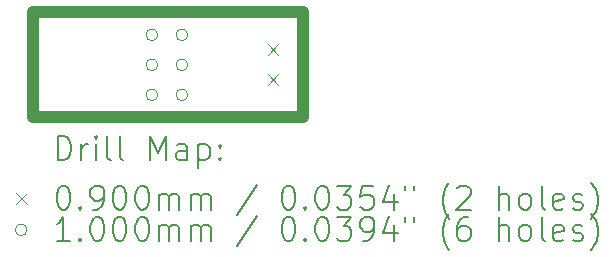
<source format=gbr>
%TF.GenerationSoftware,KiCad,Pcbnew,7.0.6*%
%TF.CreationDate,2023-10-13T18:19:32+03:00*%
%TF.ProjectId,colorimeter-photodiode,636f6c6f-7269-46d6-9574-65722d70686f,rev?*%
%TF.SameCoordinates,Original*%
%TF.FileFunction,Drillmap*%
%TF.FilePolarity,Positive*%
%FSLAX45Y45*%
G04 Gerber Fmt 4.5, Leading zero omitted, Abs format (unit mm)*
G04 Created by KiCad (PCBNEW 7.0.6) date 2023-10-13 18:19:32*
%MOMM*%
%LPD*%
G01*
G04 APERTURE LIST*
%ADD10C,1.000000*%
%ADD11C,0.200000*%
%ADD12C,0.090000*%
%ADD13C,0.100000*%
G04 APERTURE END LIST*
D10*
X8255000Y-7366000D02*
X10541000Y-7366000D01*
X10541000Y-8255000D01*
X8255000Y-8255000D01*
X8255000Y-7366000D01*
D11*
D12*
X10242000Y-7639000D02*
X10332000Y-7729000D01*
X10332000Y-7639000D02*
X10242000Y-7729000D01*
X10242000Y-7893000D02*
X10332000Y-7983000D01*
X10332000Y-7893000D02*
X10242000Y-7983000D01*
D13*
X9312000Y-7558000D02*
G75*
G03*
X9312000Y-7558000I-50000J0D01*
G01*
X9312000Y-7812000D02*
G75*
G03*
X9312000Y-7812000I-50000J0D01*
G01*
X9312000Y-8066000D02*
G75*
G03*
X9312000Y-8066000I-50000J0D01*
G01*
X9566000Y-7558000D02*
G75*
G03*
X9566000Y-7558000I-50000J0D01*
G01*
X9566000Y-7812000D02*
G75*
G03*
X9566000Y-7812000I-50000J0D01*
G01*
X9566000Y-8066000D02*
G75*
G03*
X9566000Y-8066000I-50000J0D01*
G01*
D11*
X8465777Y-8616484D02*
X8465777Y-8416484D01*
X8465777Y-8416484D02*
X8513396Y-8416484D01*
X8513396Y-8416484D02*
X8541967Y-8426008D01*
X8541967Y-8426008D02*
X8561015Y-8445055D01*
X8561015Y-8445055D02*
X8570539Y-8464103D01*
X8570539Y-8464103D02*
X8580063Y-8502198D01*
X8580063Y-8502198D02*
X8580063Y-8530770D01*
X8580063Y-8530770D02*
X8570539Y-8568865D01*
X8570539Y-8568865D02*
X8561015Y-8587912D01*
X8561015Y-8587912D02*
X8541967Y-8606960D01*
X8541967Y-8606960D02*
X8513396Y-8616484D01*
X8513396Y-8616484D02*
X8465777Y-8616484D01*
X8665777Y-8616484D02*
X8665777Y-8483150D01*
X8665777Y-8521246D02*
X8675301Y-8502198D01*
X8675301Y-8502198D02*
X8684824Y-8492674D01*
X8684824Y-8492674D02*
X8703872Y-8483150D01*
X8703872Y-8483150D02*
X8722920Y-8483150D01*
X8789586Y-8616484D02*
X8789586Y-8483150D01*
X8789586Y-8416484D02*
X8780063Y-8426008D01*
X8780063Y-8426008D02*
X8789586Y-8435531D01*
X8789586Y-8435531D02*
X8799110Y-8426008D01*
X8799110Y-8426008D02*
X8789586Y-8416484D01*
X8789586Y-8416484D02*
X8789586Y-8435531D01*
X8913396Y-8616484D02*
X8894348Y-8606960D01*
X8894348Y-8606960D02*
X8884824Y-8587912D01*
X8884824Y-8587912D02*
X8884824Y-8416484D01*
X9018158Y-8616484D02*
X8999110Y-8606960D01*
X8999110Y-8606960D02*
X8989586Y-8587912D01*
X8989586Y-8587912D02*
X8989586Y-8416484D01*
X9246729Y-8616484D02*
X9246729Y-8416484D01*
X9246729Y-8416484D02*
X9313396Y-8559341D01*
X9313396Y-8559341D02*
X9380063Y-8416484D01*
X9380063Y-8416484D02*
X9380063Y-8616484D01*
X9561015Y-8616484D02*
X9561015Y-8511722D01*
X9561015Y-8511722D02*
X9551491Y-8492674D01*
X9551491Y-8492674D02*
X9532444Y-8483150D01*
X9532444Y-8483150D02*
X9494348Y-8483150D01*
X9494348Y-8483150D02*
X9475301Y-8492674D01*
X9561015Y-8606960D02*
X9541967Y-8616484D01*
X9541967Y-8616484D02*
X9494348Y-8616484D01*
X9494348Y-8616484D02*
X9475301Y-8606960D01*
X9475301Y-8606960D02*
X9465777Y-8587912D01*
X9465777Y-8587912D02*
X9465777Y-8568865D01*
X9465777Y-8568865D02*
X9475301Y-8549817D01*
X9475301Y-8549817D02*
X9494348Y-8540293D01*
X9494348Y-8540293D02*
X9541967Y-8540293D01*
X9541967Y-8540293D02*
X9561015Y-8530770D01*
X9656253Y-8483150D02*
X9656253Y-8683150D01*
X9656253Y-8492674D02*
X9675301Y-8483150D01*
X9675301Y-8483150D02*
X9713396Y-8483150D01*
X9713396Y-8483150D02*
X9732444Y-8492674D01*
X9732444Y-8492674D02*
X9741967Y-8502198D01*
X9741967Y-8502198D02*
X9751491Y-8521246D01*
X9751491Y-8521246D02*
X9751491Y-8578389D01*
X9751491Y-8578389D02*
X9741967Y-8597436D01*
X9741967Y-8597436D02*
X9732444Y-8606960D01*
X9732444Y-8606960D02*
X9713396Y-8616484D01*
X9713396Y-8616484D02*
X9675301Y-8616484D01*
X9675301Y-8616484D02*
X9656253Y-8606960D01*
X9837205Y-8597436D02*
X9846729Y-8606960D01*
X9846729Y-8606960D02*
X9837205Y-8616484D01*
X9837205Y-8616484D02*
X9827682Y-8606960D01*
X9827682Y-8606960D02*
X9837205Y-8597436D01*
X9837205Y-8597436D02*
X9837205Y-8616484D01*
X9837205Y-8492674D02*
X9846729Y-8502198D01*
X9846729Y-8502198D02*
X9837205Y-8511722D01*
X9837205Y-8511722D02*
X9827682Y-8502198D01*
X9827682Y-8502198D02*
X9837205Y-8492674D01*
X9837205Y-8492674D02*
X9837205Y-8511722D01*
D12*
X8115000Y-8900000D02*
X8205000Y-8990000D01*
X8205000Y-8900000D02*
X8115000Y-8990000D01*
D11*
X8503872Y-8836484D02*
X8522920Y-8836484D01*
X8522920Y-8836484D02*
X8541967Y-8846008D01*
X8541967Y-8846008D02*
X8551491Y-8855531D01*
X8551491Y-8855531D02*
X8561015Y-8874579D01*
X8561015Y-8874579D02*
X8570539Y-8912674D01*
X8570539Y-8912674D02*
X8570539Y-8960293D01*
X8570539Y-8960293D02*
X8561015Y-8998389D01*
X8561015Y-8998389D02*
X8551491Y-9017436D01*
X8551491Y-9017436D02*
X8541967Y-9026960D01*
X8541967Y-9026960D02*
X8522920Y-9036484D01*
X8522920Y-9036484D02*
X8503872Y-9036484D01*
X8503872Y-9036484D02*
X8484824Y-9026960D01*
X8484824Y-9026960D02*
X8475301Y-9017436D01*
X8475301Y-9017436D02*
X8465777Y-8998389D01*
X8465777Y-8998389D02*
X8456253Y-8960293D01*
X8456253Y-8960293D02*
X8456253Y-8912674D01*
X8456253Y-8912674D02*
X8465777Y-8874579D01*
X8465777Y-8874579D02*
X8475301Y-8855531D01*
X8475301Y-8855531D02*
X8484824Y-8846008D01*
X8484824Y-8846008D02*
X8503872Y-8836484D01*
X8656253Y-9017436D02*
X8665777Y-9026960D01*
X8665777Y-9026960D02*
X8656253Y-9036484D01*
X8656253Y-9036484D02*
X8646729Y-9026960D01*
X8646729Y-9026960D02*
X8656253Y-9017436D01*
X8656253Y-9017436D02*
X8656253Y-9036484D01*
X8761015Y-9036484D02*
X8799110Y-9036484D01*
X8799110Y-9036484D02*
X8818158Y-9026960D01*
X8818158Y-9026960D02*
X8827682Y-9017436D01*
X8827682Y-9017436D02*
X8846729Y-8988865D01*
X8846729Y-8988865D02*
X8856253Y-8950770D01*
X8856253Y-8950770D02*
X8856253Y-8874579D01*
X8856253Y-8874579D02*
X8846729Y-8855531D01*
X8846729Y-8855531D02*
X8837205Y-8846008D01*
X8837205Y-8846008D02*
X8818158Y-8836484D01*
X8818158Y-8836484D02*
X8780063Y-8836484D01*
X8780063Y-8836484D02*
X8761015Y-8846008D01*
X8761015Y-8846008D02*
X8751491Y-8855531D01*
X8751491Y-8855531D02*
X8741967Y-8874579D01*
X8741967Y-8874579D02*
X8741967Y-8922198D01*
X8741967Y-8922198D02*
X8751491Y-8941246D01*
X8751491Y-8941246D02*
X8761015Y-8950770D01*
X8761015Y-8950770D02*
X8780063Y-8960293D01*
X8780063Y-8960293D02*
X8818158Y-8960293D01*
X8818158Y-8960293D02*
X8837205Y-8950770D01*
X8837205Y-8950770D02*
X8846729Y-8941246D01*
X8846729Y-8941246D02*
X8856253Y-8922198D01*
X8980063Y-8836484D02*
X8999110Y-8836484D01*
X8999110Y-8836484D02*
X9018158Y-8846008D01*
X9018158Y-8846008D02*
X9027682Y-8855531D01*
X9027682Y-8855531D02*
X9037205Y-8874579D01*
X9037205Y-8874579D02*
X9046729Y-8912674D01*
X9046729Y-8912674D02*
X9046729Y-8960293D01*
X9046729Y-8960293D02*
X9037205Y-8998389D01*
X9037205Y-8998389D02*
X9027682Y-9017436D01*
X9027682Y-9017436D02*
X9018158Y-9026960D01*
X9018158Y-9026960D02*
X8999110Y-9036484D01*
X8999110Y-9036484D02*
X8980063Y-9036484D01*
X8980063Y-9036484D02*
X8961015Y-9026960D01*
X8961015Y-9026960D02*
X8951491Y-9017436D01*
X8951491Y-9017436D02*
X8941967Y-8998389D01*
X8941967Y-8998389D02*
X8932444Y-8960293D01*
X8932444Y-8960293D02*
X8932444Y-8912674D01*
X8932444Y-8912674D02*
X8941967Y-8874579D01*
X8941967Y-8874579D02*
X8951491Y-8855531D01*
X8951491Y-8855531D02*
X8961015Y-8846008D01*
X8961015Y-8846008D02*
X8980063Y-8836484D01*
X9170539Y-8836484D02*
X9189586Y-8836484D01*
X9189586Y-8836484D02*
X9208634Y-8846008D01*
X9208634Y-8846008D02*
X9218158Y-8855531D01*
X9218158Y-8855531D02*
X9227682Y-8874579D01*
X9227682Y-8874579D02*
X9237205Y-8912674D01*
X9237205Y-8912674D02*
X9237205Y-8960293D01*
X9237205Y-8960293D02*
X9227682Y-8998389D01*
X9227682Y-8998389D02*
X9218158Y-9017436D01*
X9218158Y-9017436D02*
X9208634Y-9026960D01*
X9208634Y-9026960D02*
X9189586Y-9036484D01*
X9189586Y-9036484D02*
X9170539Y-9036484D01*
X9170539Y-9036484D02*
X9151491Y-9026960D01*
X9151491Y-9026960D02*
X9141967Y-9017436D01*
X9141967Y-9017436D02*
X9132444Y-8998389D01*
X9132444Y-8998389D02*
X9122920Y-8960293D01*
X9122920Y-8960293D02*
X9122920Y-8912674D01*
X9122920Y-8912674D02*
X9132444Y-8874579D01*
X9132444Y-8874579D02*
X9141967Y-8855531D01*
X9141967Y-8855531D02*
X9151491Y-8846008D01*
X9151491Y-8846008D02*
X9170539Y-8836484D01*
X9322920Y-9036484D02*
X9322920Y-8903150D01*
X9322920Y-8922198D02*
X9332444Y-8912674D01*
X9332444Y-8912674D02*
X9351491Y-8903150D01*
X9351491Y-8903150D02*
X9380063Y-8903150D01*
X9380063Y-8903150D02*
X9399110Y-8912674D01*
X9399110Y-8912674D02*
X9408634Y-8931722D01*
X9408634Y-8931722D02*
X9408634Y-9036484D01*
X9408634Y-8931722D02*
X9418158Y-8912674D01*
X9418158Y-8912674D02*
X9437205Y-8903150D01*
X9437205Y-8903150D02*
X9465777Y-8903150D01*
X9465777Y-8903150D02*
X9484825Y-8912674D01*
X9484825Y-8912674D02*
X9494348Y-8931722D01*
X9494348Y-8931722D02*
X9494348Y-9036484D01*
X9589586Y-9036484D02*
X9589586Y-8903150D01*
X9589586Y-8922198D02*
X9599110Y-8912674D01*
X9599110Y-8912674D02*
X9618158Y-8903150D01*
X9618158Y-8903150D02*
X9646729Y-8903150D01*
X9646729Y-8903150D02*
X9665777Y-8912674D01*
X9665777Y-8912674D02*
X9675301Y-8931722D01*
X9675301Y-8931722D02*
X9675301Y-9036484D01*
X9675301Y-8931722D02*
X9684825Y-8912674D01*
X9684825Y-8912674D02*
X9703872Y-8903150D01*
X9703872Y-8903150D02*
X9732444Y-8903150D01*
X9732444Y-8903150D02*
X9751491Y-8912674D01*
X9751491Y-8912674D02*
X9761015Y-8931722D01*
X9761015Y-8931722D02*
X9761015Y-9036484D01*
X10151491Y-8826960D02*
X9980063Y-9084103D01*
X10408634Y-8836484D02*
X10427682Y-8836484D01*
X10427682Y-8836484D02*
X10446729Y-8846008D01*
X10446729Y-8846008D02*
X10456253Y-8855531D01*
X10456253Y-8855531D02*
X10465777Y-8874579D01*
X10465777Y-8874579D02*
X10475301Y-8912674D01*
X10475301Y-8912674D02*
X10475301Y-8960293D01*
X10475301Y-8960293D02*
X10465777Y-8998389D01*
X10465777Y-8998389D02*
X10456253Y-9017436D01*
X10456253Y-9017436D02*
X10446729Y-9026960D01*
X10446729Y-9026960D02*
X10427682Y-9036484D01*
X10427682Y-9036484D02*
X10408634Y-9036484D01*
X10408634Y-9036484D02*
X10389587Y-9026960D01*
X10389587Y-9026960D02*
X10380063Y-9017436D01*
X10380063Y-9017436D02*
X10370539Y-8998389D01*
X10370539Y-8998389D02*
X10361015Y-8960293D01*
X10361015Y-8960293D02*
X10361015Y-8912674D01*
X10361015Y-8912674D02*
X10370539Y-8874579D01*
X10370539Y-8874579D02*
X10380063Y-8855531D01*
X10380063Y-8855531D02*
X10389587Y-8846008D01*
X10389587Y-8846008D02*
X10408634Y-8836484D01*
X10561015Y-9017436D02*
X10570539Y-9026960D01*
X10570539Y-9026960D02*
X10561015Y-9036484D01*
X10561015Y-9036484D02*
X10551491Y-9026960D01*
X10551491Y-9026960D02*
X10561015Y-9017436D01*
X10561015Y-9017436D02*
X10561015Y-9036484D01*
X10694348Y-8836484D02*
X10713396Y-8836484D01*
X10713396Y-8836484D02*
X10732444Y-8846008D01*
X10732444Y-8846008D02*
X10741968Y-8855531D01*
X10741968Y-8855531D02*
X10751491Y-8874579D01*
X10751491Y-8874579D02*
X10761015Y-8912674D01*
X10761015Y-8912674D02*
X10761015Y-8960293D01*
X10761015Y-8960293D02*
X10751491Y-8998389D01*
X10751491Y-8998389D02*
X10741968Y-9017436D01*
X10741968Y-9017436D02*
X10732444Y-9026960D01*
X10732444Y-9026960D02*
X10713396Y-9036484D01*
X10713396Y-9036484D02*
X10694348Y-9036484D01*
X10694348Y-9036484D02*
X10675301Y-9026960D01*
X10675301Y-9026960D02*
X10665777Y-9017436D01*
X10665777Y-9017436D02*
X10656253Y-8998389D01*
X10656253Y-8998389D02*
X10646729Y-8960293D01*
X10646729Y-8960293D02*
X10646729Y-8912674D01*
X10646729Y-8912674D02*
X10656253Y-8874579D01*
X10656253Y-8874579D02*
X10665777Y-8855531D01*
X10665777Y-8855531D02*
X10675301Y-8846008D01*
X10675301Y-8846008D02*
X10694348Y-8836484D01*
X10827682Y-8836484D02*
X10951491Y-8836484D01*
X10951491Y-8836484D02*
X10884825Y-8912674D01*
X10884825Y-8912674D02*
X10913396Y-8912674D01*
X10913396Y-8912674D02*
X10932444Y-8922198D01*
X10932444Y-8922198D02*
X10941968Y-8931722D01*
X10941968Y-8931722D02*
X10951491Y-8950770D01*
X10951491Y-8950770D02*
X10951491Y-8998389D01*
X10951491Y-8998389D02*
X10941968Y-9017436D01*
X10941968Y-9017436D02*
X10932444Y-9026960D01*
X10932444Y-9026960D02*
X10913396Y-9036484D01*
X10913396Y-9036484D02*
X10856253Y-9036484D01*
X10856253Y-9036484D02*
X10837206Y-9026960D01*
X10837206Y-9026960D02*
X10827682Y-9017436D01*
X11132444Y-8836484D02*
X11037206Y-8836484D01*
X11037206Y-8836484D02*
X11027682Y-8931722D01*
X11027682Y-8931722D02*
X11037206Y-8922198D01*
X11037206Y-8922198D02*
X11056253Y-8912674D01*
X11056253Y-8912674D02*
X11103872Y-8912674D01*
X11103872Y-8912674D02*
X11122920Y-8922198D01*
X11122920Y-8922198D02*
X11132444Y-8931722D01*
X11132444Y-8931722D02*
X11141968Y-8950770D01*
X11141968Y-8950770D02*
X11141968Y-8998389D01*
X11141968Y-8998389D02*
X11132444Y-9017436D01*
X11132444Y-9017436D02*
X11122920Y-9026960D01*
X11122920Y-9026960D02*
X11103872Y-9036484D01*
X11103872Y-9036484D02*
X11056253Y-9036484D01*
X11056253Y-9036484D02*
X11037206Y-9026960D01*
X11037206Y-9026960D02*
X11027682Y-9017436D01*
X11313396Y-8903150D02*
X11313396Y-9036484D01*
X11265777Y-8826960D02*
X11218158Y-8969817D01*
X11218158Y-8969817D02*
X11341967Y-8969817D01*
X11408634Y-8836484D02*
X11408634Y-8874579D01*
X11484825Y-8836484D02*
X11484825Y-8874579D01*
X11780063Y-9112674D02*
X11770539Y-9103150D01*
X11770539Y-9103150D02*
X11751491Y-9074579D01*
X11751491Y-9074579D02*
X11741968Y-9055531D01*
X11741968Y-9055531D02*
X11732444Y-9026960D01*
X11732444Y-9026960D02*
X11722920Y-8979341D01*
X11722920Y-8979341D02*
X11722920Y-8941246D01*
X11722920Y-8941246D02*
X11732444Y-8893627D01*
X11732444Y-8893627D02*
X11741968Y-8865055D01*
X11741968Y-8865055D02*
X11751491Y-8846008D01*
X11751491Y-8846008D02*
X11770539Y-8817436D01*
X11770539Y-8817436D02*
X11780063Y-8807912D01*
X11846729Y-8855531D02*
X11856253Y-8846008D01*
X11856253Y-8846008D02*
X11875301Y-8836484D01*
X11875301Y-8836484D02*
X11922920Y-8836484D01*
X11922920Y-8836484D02*
X11941968Y-8846008D01*
X11941968Y-8846008D02*
X11951491Y-8855531D01*
X11951491Y-8855531D02*
X11961015Y-8874579D01*
X11961015Y-8874579D02*
X11961015Y-8893627D01*
X11961015Y-8893627D02*
X11951491Y-8922198D01*
X11951491Y-8922198D02*
X11837206Y-9036484D01*
X11837206Y-9036484D02*
X11961015Y-9036484D01*
X12199110Y-9036484D02*
X12199110Y-8836484D01*
X12284825Y-9036484D02*
X12284825Y-8931722D01*
X12284825Y-8931722D02*
X12275301Y-8912674D01*
X12275301Y-8912674D02*
X12256253Y-8903150D01*
X12256253Y-8903150D02*
X12227682Y-8903150D01*
X12227682Y-8903150D02*
X12208634Y-8912674D01*
X12208634Y-8912674D02*
X12199110Y-8922198D01*
X12408634Y-9036484D02*
X12389587Y-9026960D01*
X12389587Y-9026960D02*
X12380063Y-9017436D01*
X12380063Y-9017436D02*
X12370539Y-8998389D01*
X12370539Y-8998389D02*
X12370539Y-8941246D01*
X12370539Y-8941246D02*
X12380063Y-8922198D01*
X12380063Y-8922198D02*
X12389587Y-8912674D01*
X12389587Y-8912674D02*
X12408634Y-8903150D01*
X12408634Y-8903150D02*
X12437206Y-8903150D01*
X12437206Y-8903150D02*
X12456253Y-8912674D01*
X12456253Y-8912674D02*
X12465777Y-8922198D01*
X12465777Y-8922198D02*
X12475301Y-8941246D01*
X12475301Y-8941246D02*
X12475301Y-8998389D01*
X12475301Y-8998389D02*
X12465777Y-9017436D01*
X12465777Y-9017436D02*
X12456253Y-9026960D01*
X12456253Y-9026960D02*
X12437206Y-9036484D01*
X12437206Y-9036484D02*
X12408634Y-9036484D01*
X12589587Y-9036484D02*
X12570539Y-9026960D01*
X12570539Y-9026960D02*
X12561015Y-9007912D01*
X12561015Y-9007912D02*
X12561015Y-8836484D01*
X12741968Y-9026960D02*
X12722920Y-9036484D01*
X12722920Y-9036484D02*
X12684825Y-9036484D01*
X12684825Y-9036484D02*
X12665777Y-9026960D01*
X12665777Y-9026960D02*
X12656253Y-9007912D01*
X12656253Y-9007912D02*
X12656253Y-8931722D01*
X12656253Y-8931722D02*
X12665777Y-8912674D01*
X12665777Y-8912674D02*
X12684825Y-8903150D01*
X12684825Y-8903150D02*
X12722920Y-8903150D01*
X12722920Y-8903150D02*
X12741968Y-8912674D01*
X12741968Y-8912674D02*
X12751491Y-8931722D01*
X12751491Y-8931722D02*
X12751491Y-8950770D01*
X12751491Y-8950770D02*
X12656253Y-8969817D01*
X12827682Y-9026960D02*
X12846730Y-9036484D01*
X12846730Y-9036484D02*
X12884825Y-9036484D01*
X12884825Y-9036484D02*
X12903872Y-9026960D01*
X12903872Y-9026960D02*
X12913396Y-9007912D01*
X12913396Y-9007912D02*
X12913396Y-8998389D01*
X12913396Y-8998389D02*
X12903872Y-8979341D01*
X12903872Y-8979341D02*
X12884825Y-8969817D01*
X12884825Y-8969817D02*
X12856253Y-8969817D01*
X12856253Y-8969817D02*
X12837206Y-8960293D01*
X12837206Y-8960293D02*
X12827682Y-8941246D01*
X12827682Y-8941246D02*
X12827682Y-8931722D01*
X12827682Y-8931722D02*
X12837206Y-8912674D01*
X12837206Y-8912674D02*
X12856253Y-8903150D01*
X12856253Y-8903150D02*
X12884825Y-8903150D01*
X12884825Y-8903150D02*
X12903872Y-8912674D01*
X12980063Y-9112674D02*
X12989587Y-9103150D01*
X12989587Y-9103150D02*
X13008634Y-9074579D01*
X13008634Y-9074579D02*
X13018158Y-9055531D01*
X13018158Y-9055531D02*
X13027682Y-9026960D01*
X13027682Y-9026960D02*
X13037206Y-8979341D01*
X13037206Y-8979341D02*
X13037206Y-8941246D01*
X13037206Y-8941246D02*
X13027682Y-8893627D01*
X13027682Y-8893627D02*
X13018158Y-8865055D01*
X13018158Y-8865055D02*
X13008634Y-8846008D01*
X13008634Y-8846008D02*
X12989587Y-8817436D01*
X12989587Y-8817436D02*
X12980063Y-8807912D01*
D13*
X8205000Y-9209000D02*
G75*
G03*
X8205000Y-9209000I-50000J0D01*
G01*
D11*
X8570539Y-9300484D02*
X8456253Y-9300484D01*
X8513396Y-9300484D02*
X8513396Y-9100484D01*
X8513396Y-9100484D02*
X8494348Y-9129055D01*
X8494348Y-9129055D02*
X8475301Y-9148103D01*
X8475301Y-9148103D02*
X8456253Y-9157627D01*
X8656253Y-9281436D02*
X8665777Y-9290960D01*
X8665777Y-9290960D02*
X8656253Y-9300484D01*
X8656253Y-9300484D02*
X8646729Y-9290960D01*
X8646729Y-9290960D02*
X8656253Y-9281436D01*
X8656253Y-9281436D02*
X8656253Y-9300484D01*
X8789586Y-9100484D02*
X8808634Y-9100484D01*
X8808634Y-9100484D02*
X8827682Y-9110008D01*
X8827682Y-9110008D02*
X8837205Y-9119531D01*
X8837205Y-9119531D02*
X8846729Y-9138579D01*
X8846729Y-9138579D02*
X8856253Y-9176674D01*
X8856253Y-9176674D02*
X8856253Y-9224293D01*
X8856253Y-9224293D02*
X8846729Y-9262389D01*
X8846729Y-9262389D02*
X8837205Y-9281436D01*
X8837205Y-9281436D02*
X8827682Y-9290960D01*
X8827682Y-9290960D02*
X8808634Y-9300484D01*
X8808634Y-9300484D02*
X8789586Y-9300484D01*
X8789586Y-9300484D02*
X8770539Y-9290960D01*
X8770539Y-9290960D02*
X8761015Y-9281436D01*
X8761015Y-9281436D02*
X8751491Y-9262389D01*
X8751491Y-9262389D02*
X8741967Y-9224293D01*
X8741967Y-9224293D02*
X8741967Y-9176674D01*
X8741967Y-9176674D02*
X8751491Y-9138579D01*
X8751491Y-9138579D02*
X8761015Y-9119531D01*
X8761015Y-9119531D02*
X8770539Y-9110008D01*
X8770539Y-9110008D02*
X8789586Y-9100484D01*
X8980063Y-9100484D02*
X8999110Y-9100484D01*
X8999110Y-9100484D02*
X9018158Y-9110008D01*
X9018158Y-9110008D02*
X9027682Y-9119531D01*
X9027682Y-9119531D02*
X9037205Y-9138579D01*
X9037205Y-9138579D02*
X9046729Y-9176674D01*
X9046729Y-9176674D02*
X9046729Y-9224293D01*
X9046729Y-9224293D02*
X9037205Y-9262389D01*
X9037205Y-9262389D02*
X9027682Y-9281436D01*
X9027682Y-9281436D02*
X9018158Y-9290960D01*
X9018158Y-9290960D02*
X8999110Y-9300484D01*
X8999110Y-9300484D02*
X8980063Y-9300484D01*
X8980063Y-9300484D02*
X8961015Y-9290960D01*
X8961015Y-9290960D02*
X8951491Y-9281436D01*
X8951491Y-9281436D02*
X8941967Y-9262389D01*
X8941967Y-9262389D02*
X8932444Y-9224293D01*
X8932444Y-9224293D02*
X8932444Y-9176674D01*
X8932444Y-9176674D02*
X8941967Y-9138579D01*
X8941967Y-9138579D02*
X8951491Y-9119531D01*
X8951491Y-9119531D02*
X8961015Y-9110008D01*
X8961015Y-9110008D02*
X8980063Y-9100484D01*
X9170539Y-9100484D02*
X9189586Y-9100484D01*
X9189586Y-9100484D02*
X9208634Y-9110008D01*
X9208634Y-9110008D02*
X9218158Y-9119531D01*
X9218158Y-9119531D02*
X9227682Y-9138579D01*
X9227682Y-9138579D02*
X9237205Y-9176674D01*
X9237205Y-9176674D02*
X9237205Y-9224293D01*
X9237205Y-9224293D02*
X9227682Y-9262389D01*
X9227682Y-9262389D02*
X9218158Y-9281436D01*
X9218158Y-9281436D02*
X9208634Y-9290960D01*
X9208634Y-9290960D02*
X9189586Y-9300484D01*
X9189586Y-9300484D02*
X9170539Y-9300484D01*
X9170539Y-9300484D02*
X9151491Y-9290960D01*
X9151491Y-9290960D02*
X9141967Y-9281436D01*
X9141967Y-9281436D02*
X9132444Y-9262389D01*
X9132444Y-9262389D02*
X9122920Y-9224293D01*
X9122920Y-9224293D02*
X9122920Y-9176674D01*
X9122920Y-9176674D02*
X9132444Y-9138579D01*
X9132444Y-9138579D02*
X9141967Y-9119531D01*
X9141967Y-9119531D02*
X9151491Y-9110008D01*
X9151491Y-9110008D02*
X9170539Y-9100484D01*
X9322920Y-9300484D02*
X9322920Y-9167150D01*
X9322920Y-9186198D02*
X9332444Y-9176674D01*
X9332444Y-9176674D02*
X9351491Y-9167150D01*
X9351491Y-9167150D02*
X9380063Y-9167150D01*
X9380063Y-9167150D02*
X9399110Y-9176674D01*
X9399110Y-9176674D02*
X9408634Y-9195722D01*
X9408634Y-9195722D02*
X9408634Y-9300484D01*
X9408634Y-9195722D02*
X9418158Y-9176674D01*
X9418158Y-9176674D02*
X9437205Y-9167150D01*
X9437205Y-9167150D02*
X9465777Y-9167150D01*
X9465777Y-9167150D02*
X9484825Y-9176674D01*
X9484825Y-9176674D02*
X9494348Y-9195722D01*
X9494348Y-9195722D02*
X9494348Y-9300484D01*
X9589586Y-9300484D02*
X9589586Y-9167150D01*
X9589586Y-9186198D02*
X9599110Y-9176674D01*
X9599110Y-9176674D02*
X9618158Y-9167150D01*
X9618158Y-9167150D02*
X9646729Y-9167150D01*
X9646729Y-9167150D02*
X9665777Y-9176674D01*
X9665777Y-9176674D02*
X9675301Y-9195722D01*
X9675301Y-9195722D02*
X9675301Y-9300484D01*
X9675301Y-9195722D02*
X9684825Y-9176674D01*
X9684825Y-9176674D02*
X9703872Y-9167150D01*
X9703872Y-9167150D02*
X9732444Y-9167150D01*
X9732444Y-9167150D02*
X9751491Y-9176674D01*
X9751491Y-9176674D02*
X9761015Y-9195722D01*
X9761015Y-9195722D02*
X9761015Y-9300484D01*
X10151491Y-9090960D02*
X9980063Y-9348103D01*
X10408634Y-9100484D02*
X10427682Y-9100484D01*
X10427682Y-9100484D02*
X10446729Y-9110008D01*
X10446729Y-9110008D02*
X10456253Y-9119531D01*
X10456253Y-9119531D02*
X10465777Y-9138579D01*
X10465777Y-9138579D02*
X10475301Y-9176674D01*
X10475301Y-9176674D02*
X10475301Y-9224293D01*
X10475301Y-9224293D02*
X10465777Y-9262389D01*
X10465777Y-9262389D02*
X10456253Y-9281436D01*
X10456253Y-9281436D02*
X10446729Y-9290960D01*
X10446729Y-9290960D02*
X10427682Y-9300484D01*
X10427682Y-9300484D02*
X10408634Y-9300484D01*
X10408634Y-9300484D02*
X10389587Y-9290960D01*
X10389587Y-9290960D02*
X10380063Y-9281436D01*
X10380063Y-9281436D02*
X10370539Y-9262389D01*
X10370539Y-9262389D02*
X10361015Y-9224293D01*
X10361015Y-9224293D02*
X10361015Y-9176674D01*
X10361015Y-9176674D02*
X10370539Y-9138579D01*
X10370539Y-9138579D02*
X10380063Y-9119531D01*
X10380063Y-9119531D02*
X10389587Y-9110008D01*
X10389587Y-9110008D02*
X10408634Y-9100484D01*
X10561015Y-9281436D02*
X10570539Y-9290960D01*
X10570539Y-9290960D02*
X10561015Y-9300484D01*
X10561015Y-9300484D02*
X10551491Y-9290960D01*
X10551491Y-9290960D02*
X10561015Y-9281436D01*
X10561015Y-9281436D02*
X10561015Y-9300484D01*
X10694348Y-9100484D02*
X10713396Y-9100484D01*
X10713396Y-9100484D02*
X10732444Y-9110008D01*
X10732444Y-9110008D02*
X10741968Y-9119531D01*
X10741968Y-9119531D02*
X10751491Y-9138579D01*
X10751491Y-9138579D02*
X10761015Y-9176674D01*
X10761015Y-9176674D02*
X10761015Y-9224293D01*
X10761015Y-9224293D02*
X10751491Y-9262389D01*
X10751491Y-9262389D02*
X10741968Y-9281436D01*
X10741968Y-9281436D02*
X10732444Y-9290960D01*
X10732444Y-9290960D02*
X10713396Y-9300484D01*
X10713396Y-9300484D02*
X10694348Y-9300484D01*
X10694348Y-9300484D02*
X10675301Y-9290960D01*
X10675301Y-9290960D02*
X10665777Y-9281436D01*
X10665777Y-9281436D02*
X10656253Y-9262389D01*
X10656253Y-9262389D02*
X10646729Y-9224293D01*
X10646729Y-9224293D02*
X10646729Y-9176674D01*
X10646729Y-9176674D02*
X10656253Y-9138579D01*
X10656253Y-9138579D02*
X10665777Y-9119531D01*
X10665777Y-9119531D02*
X10675301Y-9110008D01*
X10675301Y-9110008D02*
X10694348Y-9100484D01*
X10827682Y-9100484D02*
X10951491Y-9100484D01*
X10951491Y-9100484D02*
X10884825Y-9176674D01*
X10884825Y-9176674D02*
X10913396Y-9176674D01*
X10913396Y-9176674D02*
X10932444Y-9186198D01*
X10932444Y-9186198D02*
X10941968Y-9195722D01*
X10941968Y-9195722D02*
X10951491Y-9214770D01*
X10951491Y-9214770D02*
X10951491Y-9262389D01*
X10951491Y-9262389D02*
X10941968Y-9281436D01*
X10941968Y-9281436D02*
X10932444Y-9290960D01*
X10932444Y-9290960D02*
X10913396Y-9300484D01*
X10913396Y-9300484D02*
X10856253Y-9300484D01*
X10856253Y-9300484D02*
X10837206Y-9290960D01*
X10837206Y-9290960D02*
X10827682Y-9281436D01*
X11046729Y-9300484D02*
X11084825Y-9300484D01*
X11084825Y-9300484D02*
X11103872Y-9290960D01*
X11103872Y-9290960D02*
X11113396Y-9281436D01*
X11113396Y-9281436D02*
X11132444Y-9252865D01*
X11132444Y-9252865D02*
X11141968Y-9214770D01*
X11141968Y-9214770D02*
X11141968Y-9138579D01*
X11141968Y-9138579D02*
X11132444Y-9119531D01*
X11132444Y-9119531D02*
X11122920Y-9110008D01*
X11122920Y-9110008D02*
X11103872Y-9100484D01*
X11103872Y-9100484D02*
X11065777Y-9100484D01*
X11065777Y-9100484D02*
X11046729Y-9110008D01*
X11046729Y-9110008D02*
X11037206Y-9119531D01*
X11037206Y-9119531D02*
X11027682Y-9138579D01*
X11027682Y-9138579D02*
X11027682Y-9186198D01*
X11027682Y-9186198D02*
X11037206Y-9205246D01*
X11037206Y-9205246D02*
X11046729Y-9214770D01*
X11046729Y-9214770D02*
X11065777Y-9224293D01*
X11065777Y-9224293D02*
X11103872Y-9224293D01*
X11103872Y-9224293D02*
X11122920Y-9214770D01*
X11122920Y-9214770D02*
X11132444Y-9205246D01*
X11132444Y-9205246D02*
X11141968Y-9186198D01*
X11313396Y-9167150D02*
X11313396Y-9300484D01*
X11265777Y-9090960D02*
X11218158Y-9233817D01*
X11218158Y-9233817D02*
X11341967Y-9233817D01*
X11408634Y-9100484D02*
X11408634Y-9138579D01*
X11484825Y-9100484D02*
X11484825Y-9138579D01*
X11780063Y-9376674D02*
X11770539Y-9367150D01*
X11770539Y-9367150D02*
X11751491Y-9338579D01*
X11751491Y-9338579D02*
X11741968Y-9319531D01*
X11741968Y-9319531D02*
X11732444Y-9290960D01*
X11732444Y-9290960D02*
X11722920Y-9243341D01*
X11722920Y-9243341D02*
X11722920Y-9205246D01*
X11722920Y-9205246D02*
X11732444Y-9157627D01*
X11732444Y-9157627D02*
X11741968Y-9129055D01*
X11741968Y-9129055D02*
X11751491Y-9110008D01*
X11751491Y-9110008D02*
X11770539Y-9081436D01*
X11770539Y-9081436D02*
X11780063Y-9071912D01*
X11941968Y-9100484D02*
X11903872Y-9100484D01*
X11903872Y-9100484D02*
X11884825Y-9110008D01*
X11884825Y-9110008D02*
X11875301Y-9119531D01*
X11875301Y-9119531D02*
X11856253Y-9148103D01*
X11856253Y-9148103D02*
X11846729Y-9186198D01*
X11846729Y-9186198D02*
X11846729Y-9262389D01*
X11846729Y-9262389D02*
X11856253Y-9281436D01*
X11856253Y-9281436D02*
X11865777Y-9290960D01*
X11865777Y-9290960D02*
X11884825Y-9300484D01*
X11884825Y-9300484D02*
X11922920Y-9300484D01*
X11922920Y-9300484D02*
X11941968Y-9290960D01*
X11941968Y-9290960D02*
X11951491Y-9281436D01*
X11951491Y-9281436D02*
X11961015Y-9262389D01*
X11961015Y-9262389D02*
X11961015Y-9214770D01*
X11961015Y-9214770D02*
X11951491Y-9195722D01*
X11951491Y-9195722D02*
X11941968Y-9186198D01*
X11941968Y-9186198D02*
X11922920Y-9176674D01*
X11922920Y-9176674D02*
X11884825Y-9176674D01*
X11884825Y-9176674D02*
X11865777Y-9186198D01*
X11865777Y-9186198D02*
X11856253Y-9195722D01*
X11856253Y-9195722D02*
X11846729Y-9214770D01*
X12199110Y-9300484D02*
X12199110Y-9100484D01*
X12284825Y-9300484D02*
X12284825Y-9195722D01*
X12284825Y-9195722D02*
X12275301Y-9176674D01*
X12275301Y-9176674D02*
X12256253Y-9167150D01*
X12256253Y-9167150D02*
X12227682Y-9167150D01*
X12227682Y-9167150D02*
X12208634Y-9176674D01*
X12208634Y-9176674D02*
X12199110Y-9186198D01*
X12408634Y-9300484D02*
X12389587Y-9290960D01*
X12389587Y-9290960D02*
X12380063Y-9281436D01*
X12380063Y-9281436D02*
X12370539Y-9262389D01*
X12370539Y-9262389D02*
X12370539Y-9205246D01*
X12370539Y-9205246D02*
X12380063Y-9186198D01*
X12380063Y-9186198D02*
X12389587Y-9176674D01*
X12389587Y-9176674D02*
X12408634Y-9167150D01*
X12408634Y-9167150D02*
X12437206Y-9167150D01*
X12437206Y-9167150D02*
X12456253Y-9176674D01*
X12456253Y-9176674D02*
X12465777Y-9186198D01*
X12465777Y-9186198D02*
X12475301Y-9205246D01*
X12475301Y-9205246D02*
X12475301Y-9262389D01*
X12475301Y-9262389D02*
X12465777Y-9281436D01*
X12465777Y-9281436D02*
X12456253Y-9290960D01*
X12456253Y-9290960D02*
X12437206Y-9300484D01*
X12437206Y-9300484D02*
X12408634Y-9300484D01*
X12589587Y-9300484D02*
X12570539Y-9290960D01*
X12570539Y-9290960D02*
X12561015Y-9271912D01*
X12561015Y-9271912D02*
X12561015Y-9100484D01*
X12741968Y-9290960D02*
X12722920Y-9300484D01*
X12722920Y-9300484D02*
X12684825Y-9300484D01*
X12684825Y-9300484D02*
X12665777Y-9290960D01*
X12665777Y-9290960D02*
X12656253Y-9271912D01*
X12656253Y-9271912D02*
X12656253Y-9195722D01*
X12656253Y-9195722D02*
X12665777Y-9176674D01*
X12665777Y-9176674D02*
X12684825Y-9167150D01*
X12684825Y-9167150D02*
X12722920Y-9167150D01*
X12722920Y-9167150D02*
X12741968Y-9176674D01*
X12741968Y-9176674D02*
X12751491Y-9195722D01*
X12751491Y-9195722D02*
X12751491Y-9214770D01*
X12751491Y-9214770D02*
X12656253Y-9233817D01*
X12827682Y-9290960D02*
X12846730Y-9300484D01*
X12846730Y-9300484D02*
X12884825Y-9300484D01*
X12884825Y-9300484D02*
X12903872Y-9290960D01*
X12903872Y-9290960D02*
X12913396Y-9271912D01*
X12913396Y-9271912D02*
X12913396Y-9262389D01*
X12913396Y-9262389D02*
X12903872Y-9243341D01*
X12903872Y-9243341D02*
X12884825Y-9233817D01*
X12884825Y-9233817D02*
X12856253Y-9233817D01*
X12856253Y-9233817D02*
X12837206Y-9224293D01*
X12837206Y-9224293D02*
X12827682Y-9205246D01*
X12827682Y-9205246D02*
X12827682Y-9195722D01*
X12827682Y-9195722D02*
X12837206Y-9176674D01*
X12837206Y-9176674D02*
X12856253Y-9167150D01*
X12856253Y-9167150D02*
X12884825Y-9167150D01*
X12884825Y-9167150D02*
X12903872Y-9176674D01*
X12980063Y-9376674D02*
X12989587Y-9367150D01*
X12989587Y-9367150D02*
X13008634Y-9338579D01*
X13008634Y-9338579D02*
X13018158Y-9319531D01*
X13018158Y-9319531D02*
X13027682Y-9290960D01*
X13027682Y-9290960D02*
X13037206Y-9243341D01*
X13037206Y-9243341D02*
X13037206Y-9205246D01*
X13037206Y-9205246D02*
X13027682Y-9157627D01*
X13027682Y-9157627D02*
X13018158Y-9129055D01*
X13018158Y-9129055D02*
X13008634Y-9110008D01*
X13008634Y-9110008D02*
X12989587Y-9081436D01*
X12989587Y-9081436D02*
X12980063Y-9071912D01*
M02*

</source>
